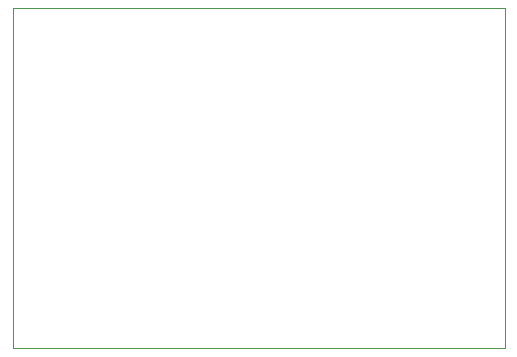
<source format=gbr>
%TF.GenerationSoftware,KiCad,Pcbnew,(5.99.0-11667-g1edb96cc5b)*%
%TF.CreationDate,2021-10-01T11:57:38+02:00*%
%TF.ProjectId,tosadapter,746f7361-6461-4707-9465-722e6b696361,rev?*%
%TF.SameCoordinates,Original*%
%TF.FileFunction,Profile,NP*%
%FSLAX46Y46*%
G04 Gerber Fmt 4.6, Leading zero omitted, Abs format (unit mm)*
G04 Created by KiCad (PCBNEW (5.99.0-11667-g1edb96cc5b)) date 2021-10-01 11:57:38*
%MOMM*%
%LPD*%
G01*
G04 APERTURE LIST*
%TA.AperFunction,Profile*%
%ADD10C,0.050000*%
%TD*%
G04 APERTURE END LIST*
D10*
X156930000Y-73000000D02*
X156930000Y-101770000D01*
X115240000Y-101770000D02*
X156930000Y-101770000D01*
X115240000Y-73000000D02*
X115240000Y-101770000D01*
X156930000Y-73000000D02*
X115240000Y-73000000D01*
M02*

</source>
